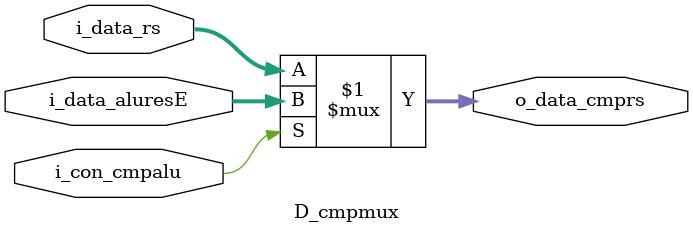
<source format=sv>
module D_cmpmux(
	input logic [31:0] i_data_rs,
	input logic [31:0] i_data_aluresE,
	input logic i_con_cmpalu,
	output logic [31:0] o_data_cmprs
	);

assign o_data_cmprs = i_con_cmpalu ? i_data_aluresE : i_data_rs;

endmodule
</source>
